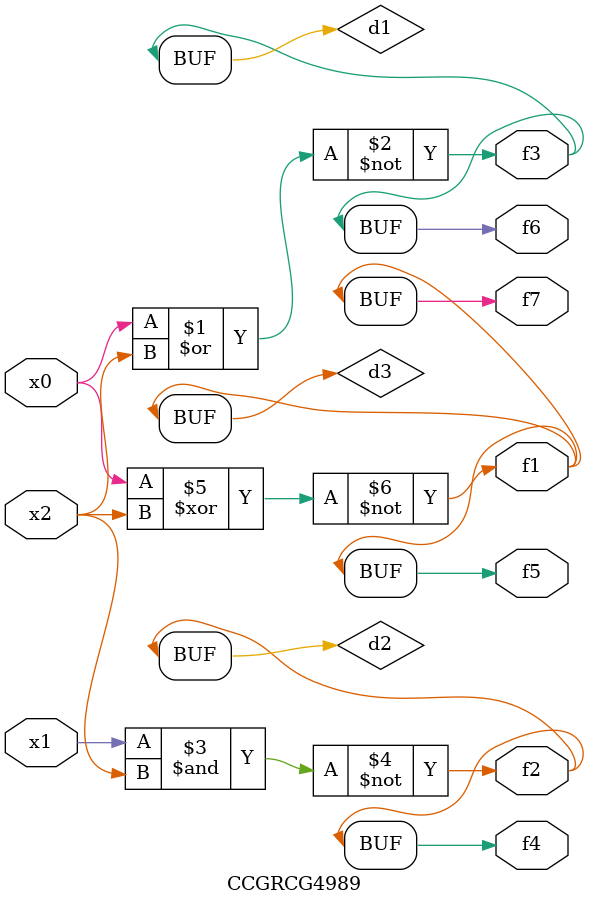
<source format=v>
module CCGRCG4989(
	input x0, x1, x2,
	output f1, f2, f3, f4, f5, f6, f7
);

	wire d1, d2, d3;

	nor (d1, x0, x2);
	nand (d2, x1, x2);
	xnor (d3, x0, x2);
	assign f1 = d3;
	assign f2 = d2;
	assign f3 = d1;
	assign f4 = d2;
	assign f5 = d3;
	assign f6 = d1;
	assign f7 = d3;
endmodule

</source>
